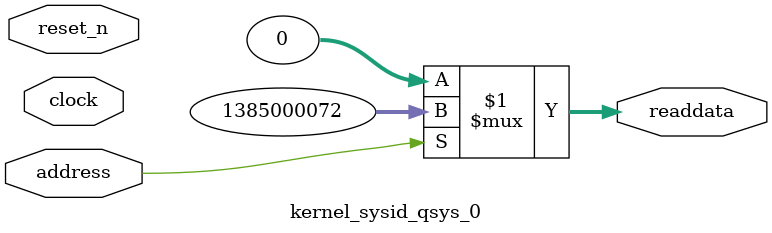
<source format=v>

`timescale 1ns / 1ps
// synthesis translate_on

// turn off superfluous verilog processor warnings 
// altera message_level Level1 
// altera message_off 10034 10035 10036 10037 10230 10240 10030 

module kernel_sysid_qsys_0 (
               // inputs:
                address,
                clock,
                reset_n,

               // outputs:
                readdata
             )
;

  output  [ 31: 0] readdata;
  input            address;
  input            clock;
  input            reset_n;

  wire    [ 31: 0] readdata;
  //control_slave, which is an e_avalon_slave
  assign readdata = address ? 1385000072 : 0;

endmodule




</source>
